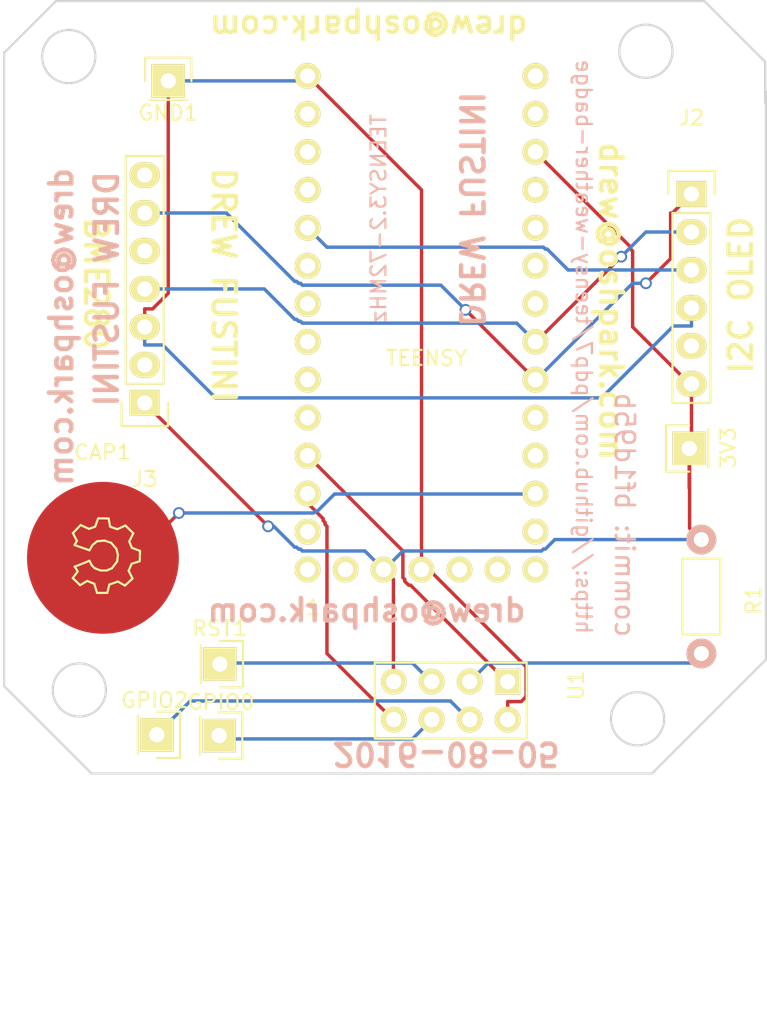
<source format=kicad_pcb>
(kicad_pcb (version 20171130) (host pcbnew "(5.1.12)-1")

  (general
    (thickness 1.6)
    (drawings 28)
    (tracks 136)
    (zones 0)
    (modules 12)
    (nets 38)
  )

  (page A4)
  (layers
    (0 F.Cu signal)
    (31 B.Cu signal)
    (32 B.Adhes user hide)
    (33 F.Adhes user hide)
    (34 B.Paste user)
    (35 F.Paste user)
    (36 B.SilkS user)
    (37 F.SilkS user)
    (38 B.Mask user)
    (39 F.Mask user)
    (40 Dwgs.User user)
    (41 Cmts.User user)
    (42 Eco1.User user)
    (43 Eco2.User user)
    (44 Edge.Cuts user)
    (45 Margin user)
    (46 B.CrtYd user)
    (47 F.CrtYd user)
    (48 B.Fab user)
    (49 F.Fab user)
  )

  (setup
    (last_trace_width 0.2286)
    (trace_clearance 0.2286)
    (zone_clearance 0.508)
    (zone_45_only no)
    (trace_min 0.2286)
    (via_size 0.7874)
    (via_drill 0.5334)
    (via_min_size 0.762)
    (via_min_drill 0.508)
    (uvia_size 0.3)
    (uvia_drill 0.1)
    (uvias_allowed no)
    (uvia_min_size 0)
    (uvia_min_drill 0)
    (edge_width 0.15)
    (segment_width 0.2)
    (pcb_text_width 0.3)
    (pcb_text_size 1.5 1.5)
    (mod_edge_width 0.15)
    (mod_text_size 1 1)
    (mod_text_width 0.15)
    (pad_size 1.524 1.524)
    (pad_drill 0.762)
    (pad_to_mask_clearance 0.2)
    (aux_axis_origin 0 0)
    (visible_elements 7FFFFFFF)
    (pcbplotparams
      (layerselection 0x00030_80000001)
      (usegerberextensions false)
      (usegerberattributes true)
      (usegerberadvancedattributes true)
      (creategerberjobfile true)
      (excludeedgelayer true)
      (linewidth 0.100000)
      (plotframeref false)
      (viasonmask false)
      (mode 1)
      (useauxorigin false)
      (hpglpennumber 1)
      (hpglpenspeed 20)
      (hpglpendiameter 15.000000)
      (psnegative false)
      (psa4output false)
      (plotreference true)
      (plotvalue true)
      (plotinvisibletext false)
      (padsonsilk false)
      (subtractmaskfromsilk false)
      (outputformat 1)
      (mirror false)
      (drillshape 1)
      (scaleselection 1)
      (outputdirectory ""))
  )

  (net 0 "")
  (net 1 "Net-(J1-Pad0)")
  (net 2 "Net-(J1-Pad1)")
  (net 3 "Net-(J1-Pad2)")
  (net 4 "Net-(J1-Pad5)")
  (net 5 "Net-(J1-Pad6)")
  (net 6 "Net-(J1-Pad7)")
  (net 7 "Net-(J1-Pad8)")
  (net 8 "Net-(J1-PadPGM)")
  (net 9 "Net-(J1-PadDAC)")
  (net 10 "Net-(J1-Pad16)")
  (net 11 "Net-(J1-Pad22)")
  (net 12 "Net-(J1-PadVIN)")
  (net 13 "Net-(J1-Pad21)")
  (net 14 "Net-(J1-Pad20)")
  (net 15 "Net-(J1-Pad23)")
  (net 16 "Net-(J1-Pad14)")
  (net 17 /CS)
  (net 18 /RST)
  (net 19 /GND)
  (net 20 "Net-(J1-Pad9)")
  (net 21 "Net-(J1-Pad10)")
  (net 22 "Net-(J1-Pad11)")
  (net 23 "Net-(J1-Pad12)")
  (net 24 "Net-(J1-Pad13)")
  (net 25 /SDA)
  (net 26 /3.3V)
  (net 27 /VIN)
  (net 28 /SCK)
  (net 29 /3V0)
  (net 30 /SDO)
  (net 31 "Net-(GPIO0-Pad1)")
  (net 32 "Net-(GPIO2-Pad1)")
  (net 33 "Net-(J1-Pad4)")
  (net 34 "Net-(R1-Pad2)")
  (net 35 "Net-(RST1-Pad1)")
  (net 36 "Net-(CAP1-Pad1)")
  (net 37 "Net-(J1-Pad17)")

  (net_class Default "This is the default net class."
    (clearance 0.2286)
    (trace_width 0.2286)
    (via_dia 0.7874)
    (via_drill 0.5334)
    (uvia_dia 0.3)
    (uvia_drill 0.1)
    (add_net /3.3V)
    (add_net /3V0)
    (add_net /CS)
    (add_net /GND)
    (add_net /RST)
    (add_net /SCK)
    (add_net /SDA)
    (add_net /SDO)
    (add_net /VIN)
    (add_net "Net-(CAP1-Pad1)")
    (add_net "Net-(GPIO0-Pad1)")
    (add_net "Net-(GPIO2-Pad1)")
    (add_net "Net-(J1-Pad0)")
    (add_net "Net-(J1-Pad1)")
    (add_net "Net-(J1-Pad10)")
    (add_net "Net-(J1-Pad11)")
    (add_net "Net-(J1-Pad12)")
    (add_net "Net-(J1-Pad13)")
    (add_net "Net-(J1-Pad14)")
    (add_net "Net-(J1-Pad16)")
    (add_net "Net-(J1-Pad17)")
    (add_net "Net-(J1-Pad2)")
    (add_net "Net-(J1-Pad20)")
    (add_net "Net-(J1-Pad21)")
    (add_net "Net-(J1-Pad22)")
    (add_net "Net-(J1-Pad23)")
    (add_net "Net-(J1-Pad4)")
    (add_net "Net-(J1-Pad5)")
    (add_net "Net-(J1-Pad6)")
    (add_net "Net-(J1-Pad7)")
    (add_net "Net-(J1-Pad8)")
    (add_net "Net-(J1-Pad9)")
    (add_net "Net-(J1-PadDAC)")
    (add_net "Net-(J1-PadPGM)")
    (add_net "Net-(J1-PadVIN)")
    (add_net "Net-(R1-Pad2)")
    (add_net "Net-(RST1-Pad1)")
  )

  (module Wickerlib:TEENSY-LC (layer F.Cu) (tedit 57999D63) (tstamp 577135A0)
    (at 153.137 71.0946)
    (path /57998BF7)
    (fp_text reference J1 (at -10.16 25.4 180) (layer F.SilkS)
      (effects (font (size 1 1) (thickness 0.15)))
    )
    (fp_text value TEENSY3.2-72MHz (at -5.410201 -0.635001 90) (layer B.SilkS)
      (effects (font (size 1 1) (thickness 0.15)) (justify mirror))
    )
    (fp_line (start 6.35 24.13) (end 6.35 -11.43) (layer F.CrtYd) (width 0.1524))
    (fp_line (start 6.35 -11.43) (end -11.43 -11.43) (layer F.CrtYd) (width 0.1524))
    (fp_line (start -11.43 -11.43) (end -11.43 24.13) (layer F.CrtYd) (width 0.1524))
    (fp_line (start -11.43 24.13) (end 6.35 24.13) (layer F.CrtYd) (width 0.1524))
    (fp_text user TEENSY (at -2.209801 8.712199) (layer F.SilkS)
      (effects (font (size 1 1) (thickness 0.15)))
    )
    (pad G1 thru_hole circle (at -10.16 -10.16) (size 1.7272 1.7272) (drill 1.016) (layers *.Cu *.Mask F.SilkS)
      (net 19 /GND))
    (pad 0 thru_hole circle (at -10.16 -7.62) (size 1.7272 1.7272) (drill 1.016) (layers *.Cu *.Mask F.SilkS)
      (net 1 "Net-(J1-Pad0)"))
    (pad 1 thru_hole circle (at -10.16 -5.08) (size 1.7272 1.7272) (drill 1.016) (layers *.Cu *.Mask F.SilkS)
      (net 2 "Net-(J1-Pad1)"))
    (pad 2 thru_hole circle (at -10.16 -2.54) (size 1.7272 1.7272) (drill 1.016) (layers *.Cu *.Mask F.SilkS)
      (net 3 "Net-(J1-Pad2)"))
    (pad 3 thru_hole circle (at -10.16 0) (size 1.7272 1.7272) (drill 1.016) (layers *.Cu *.Mask F.SilkS)
      (net 18 /RST))
    (pad 4 thru_hole circle (at -10.16 2.54) (size 1.7272 1.7272) (drill 1.016) (layers *.Cu *.Mask F.SilkS)
      (net 33 "Net-(J1-Pad4)"))
    (pad 5 thru_hole circle (at -10.16 5.08) (size 1.7272 1.7272) (drill 1.016) (layers *.Cu *.Mask F.SilkS)
      (net 4 "Net-(J1-Pad5)"))
    (pad 6 thru_hole circle (at -10.16 7.62) (size 1.7272 1.7272) (drill 1.016) (layers *.Cu *.Mask F.SilkS)
      (net 5 "Net-(J1-Pad6)"))
    (pad 7 thru_hole circle (at -10.16 10.16) (size 1.7272 1.7272) (drill 1.016) (layers *.Cu *.Mask F.SilkS)
      (net 6 "Net-(J1-Pad7)"))
    (pad 8 thru_hole circle (at -10.16 12.7) (size 1.7272 1.7272) (drill 1.016) (layers *.Cu *.Mask F.SilkS)
      (net 7 "Net-(J1-Pad8)"))
    (pad 9 thru_hole circle (at -10.16 15.24) (size 1.7272 1.7272) (drill 1.016) (layers *.Cu *.Mask F.SilkS)
      (net 20 "Net-(J1-Pad9)"))
    (pad 10 thru_hole circle (at -10.16 17.78) (size 1.7272 1.7272) (drill 1.016) (layers *.Cu *.Mask F.SilkS)
      (net 21 "Net-(J1-Pad10)"))
    (pad 11 thru_hole circle (at -10.16 20.32) (size 1.7272 1.7272) (drill 1.016) (layers *.Cu *.Mask F.SilkS)
      (net 22 "Net-(J1-Pad11)"))
    (pad 12 thru_hole circle (at -10.16 22.86) (size 1.7272 1.7272) (drill 1.016) (layers *.Cu *.Mask F.SilkS)
      (net 23 "Net-(J1-Pad12)"))
    (pad 17A thru_hole circle (at -7.62 22.86) (size 1.7272 1.7272) (drill 1.016) (layers *.Cu *.Mask F.SilkS))
    (pad 3V1 thru_hole circle (at -5.08 22.86) (size 1.7272 1.7272) (drill 1.016) (layers *.Cu *.Mask F.SilkS)
      (net 27 /VIN))
    (pad G2 thru_hole circle (at -2.54 22.86) (size 1.7272 1.7272) (drill 1.016) (layers *.Cu *.Mask F.SilkS)
      (net 19 /GND))
    (pad PGM thru_hole circle (at 0 22.86) (size 1.7272 1.7272) (drill 1.016) (layers *.Cu *.Mask F.SilkS)
      (net 8 "Net-(J1-PadPGM)"))
    (pad DAC thru_hole circle (at 2.54 22.86) (size 1.7272 1.7272) (drill 1.016) (layers *.Cu *.Mask F.SilkS)
      (net 9 "Net-(J1-PadDAC)"))
    (pad 13 thru_hole circle (at 5.08 22.86) (size 1.7272 1.7272) (drill 1.016) (layers *.Cu *.Mask F.SilkS)
      (net 24 "Net-(J1-Pad13)"))
    (pad 16 thru_hole circle (at 5.08 15.24) (size 1.7272 1.7272) (drill 1.016) (layers *.Cu *.Mask F.SilkS)
      (net 10 "Net-(J1-Pad16)"))
    (pad 3V2 thru_hole circle (at 5.08 -5.08) (size 1.7272 1.7272) (drill 1.016) (layers *.Cu *.Mask F.SilkS)
      (net 27 /VIN))
    (pad 18 thru_hole circle (at 5.08 10.16) (size 1.7272 1.7272) (drill 1.016) (layers *.Cu *.Mask F.SilkS)
      (net 25 /SDA))
    (pad 17 thru_hole circle (at 5.08 12.7) (size 1.7272 1.7272) (drill 1.016) (layers *.Cu *.Mask F.SilkS)
      (net 37 "Net-(J1-Pad17)"))
    (pad G3 thru_hole circle (at 5.08 -7.62) (size 1.7272 1.7272) (drill 1.016) (layers *.Cu *.Mask F.SilkS))
    (pad 22 thru_hole circle (at 5.08 0) (size 1.7272 1.7272) (drill 1.016) (layers *.Cu *.Mask F.SilkS)
      (net 11 "Net-(J1-Pad22)"))
    (pad VIN thru_hole circle (at 5.08 -10.16) (size 1.7272 1.7272) (drill 1.016) (layers *.Cu *.Mask F.SilkS)
      (net 12 "Net-(J1-PadVIN)"))
    (pad 21 thru_hole circle (at 5.08 2.54) (size 1.7272 1.7272) (drill 1.016) (layers *.Cu *.Mask F.SilkS)
      (net 13 "Net-(J1-Pad21)"))
    (pad 20 thru_hole circle (at 5.08 5.08) (size 1.7272 1.7272) (drill 1.016) (layers *.Cu *.Mask F.SilkS)
      (net 14 "Net-(J1-Pad20)"))
    (pad 19 thru_hole circle (at 5.08 7.62) (size 1.7272 1.7272) (drill 1.016) (layers *.Cu *.Mask F.SilkS)
      (net 28 /SCK))
    (pad 23 thru_hole circle (at 5.08 -2.54) (size 1.7272 1.7272) (drill 1.016) (layers *.Cu *.Mask F.SilkS)
      (net 15 "Net-(J1-Pad23)"))
    (pad 14 thru_hole circle (at 5.08 20.32) (size 1.7272 1.7272) (drill 1.016) (layers *.Cu *.Mask F.SilkS)
      (net 16 "Net-(J1-Pad14)"))
    (pad 15 thru_hole circle (at 5.08 17.78) (size 1.7272 1.7272) (drill 1.016) (layers *.Cu *.Mask F.SilkS)
      (net 36 "Net-(CAP1-Pad1)"))
  )

  (module Wickerlib:Pin_Header_Straight_1x06 (layer F.Cu) (tedit 0) (tstamp 577135AA)
    (at 168.656 68.834)
    (descr "Through hole pin header")
    (tags "pin header")
    (path /57712F77)
    (fp_text reference J2 (at 0 -5.1) (layer F.SilkS)
      (effects (font (size 1 1) (thickness 0.15)))
    )
    (fp_text value OLED-I2C (at 0 -3.1) (layer F.Fab)
      (effects (font (size 1 1) (thickness 0.15)))
    )
    (fp_line (start -1.55 -1.55) (end 1.55 -1.55) (layer F.SilkS) (width 0.15))
    (fp_line (start -1.55 0) (end -1.55 -1.55) (layer F.SilkS) (width 0.15))
    (fp_line (start 1.27 1.27) (end -1.27 1.27) (layer F.SilkS) (width 0.15))
    (fp_line (start 1.55 -1.55) (end 1.55 0) (layer F.SilkS) (width 0.15))
    (fp_line (start -1.27 13.97) (end -1.27 1.27) (layer F.SilkS) (width 0.15))
    (fp_line (start 1.27 13.97) (end -1.27 13.97) (layer F.SilkS) (width 0.15))
    (fp_line (start 1.27 1.27) (end 1.27 13.97) (layer F.SilkS) (width 0.15))
    (fp_line (start -1.75 14.45) (end 1.75 14.45) (layer F.CrtYd) (width 0.05))
    (fp_line (start -1.75 -1.75) (end 1.75 -1.75) (layer F.CrtYd) (width 0.05))
    (fp_line (start 1.75 -1.75) (end 1.75 14.45) (layer F.CrtYd) (width 0.05))
    (fp_line (start -1.75 -1.75) (end -1.75 14.45) (layer F.CrtYd) (width 0.05))
    (pad 1 thru_hole rect (at 0 0) (size 2.032 1.7272) (drill 1.016) (layers *.Cu *.Mask F.SilkS)
      (net 25 /SDA))
    (pad 2 thru_hole oval (at 0 2.54) (size 2.032 1.7272) (drill 1.016) (layers *.Cu *.Mask F.SilkS)
      (net 28 /SCK))
    (pad 3 thru_hole oval (at 0 5.08) (size 2.032 1.7272) (drill 1.016) (layers *.Cu *.Mask F.SilkS)
      (net 18 /RST))
    (pad 4 thru_hole oval (at 0 7.62) (size 2.032 1.7272) (drill 1.016) (layers *.Cu *.Mask F.SilkS)
      (net 19 /GND))
    (pad 5 thru_hole oval (at 0 10.16) (size 2.032 1.7272) (drill 1.016) (layers *.Cu *.Mask F.SilkS)
      (net 26 /3.3V))
    (pad 6 thru_hole oval (at 0 12.7) (size 2.032 1.7272) (drill 1.016) (layers *.Cu *.Mask F.SilkS)
      (net 27 /VIN))
    (model Pin_Headers.3dshapes/Pin_Header_Straight_1x06.wrl
      (offset (xyz 0 -6.349999904632568 0))
      (scale (xyz 1 1 1))
      (rotate (xyz 0 0 90))
    )
  )

  (module Wickerlib:Pin_Header_Straight_1x07 (layer F.Cu) (tedit 0) (tstamp 577135B5)
    (at 132.08 82.804 180)
    (descr "Through hole pin header")
    (tags "pin header")
    (path /57713409)
    (fp_text reference J3 (at 0 -5.1 180) (layer F.SilkS)
      (effects (font (size 1 1) (thickness 0.15)))
    )
    (fp_text value ADAFRUIT_BME280 (at 0 -3.1 180) (layer F.Fab)
      (effects (font (size 1 1) (thickness 0.15)))
    )
    (fp_line (start -1.55 -1.55) (end 1.55 -1.55) (layer F.SilkS) (width 0.15))
    (fp_line (start -1.55 0) (end -1.55 -1.55) (layer F.SilkS) (width 0.15))
    (fp_line (start 1.27 1.27) (end -1.27 1.27) (layer F.SilkS) (width 0.15))
    (fp_line (start 1.55 -1.55) (end 1.55 0) (layer F.SilkS) (width 0.15))
    (fp_line (start -1.27 16.51) (end -1.27 1.27) (layer F.SilkS) (width 0.15))
    (fp_line (start 1.27 16.51) (end -1.27 16.51) (layer F.SilkS) (width 0.15))
    (fp_line (start 1.27 1.27) (end 1.27 16.51) (layer F.SilkS) (width 0.15))
    (fp_line (start -1.75 17) (end 1.75 17) (layer F.CrtYd) (width 0.05))
    (fp_line (start -1.75 -1.75) (end 1.75 -1.75) (layer F.CrtYd) (width 0.05))
    (fp_line (start 1.75 -1.75) (end 1.75 17) (layer F.CrtYd) (width 0.05))
    (fp_line (start -1.75 -1.75) (end -1.75 17) (layer F.CrtYd) (width 0.05))
    (pad 1 thru_hole rect (at 0 0 180) (size 2.032 1.7272) (drill 1.016) (layers *.Cu *.Mask F.SilkS)
      (net 27 /VIN))
    (pad 2 thru_hole oval (at 0 2.54 180) (size 2.032 1.7272) (drill 1.016) (layers *.Cu *.Mask F.SilkS)
      (net 29 /3V0))
    (pad 3 thru_hole oval (at 0 5.08 180) (size 2.032 1.7272) (drill 1.016) (layers *.Cu *.Mask F.SilkS)
      (net 19 /GND))
    (pad 4 thru_hole oval (at 0 7.62 180) (size 2.032 1.7272) (drill 1.016) (layers *.Cu *.Mask F.SilkS)
      (net 28 /SCK))
    (pad 5 thru_hole oval (at 0 10.16 180) (size 2.032 1.7272) (drill 1.016) (layers *.Cu *.Mask F.SilkS)
      (net 30 /SDO))
    (pad 6 thru_hole oval (at 0 12.7 180) (size 2.032 1.7272) (drill 1.016) (layers *.Cu *.Mask F.SilkS)
      (net 25 /SDA))
    (pad 7 thru_hole oval (at 0 15.24 180) (size 2.032 1.7272) (drill 1.016) (layers *.Cu *.Mask F.SilkS)
      (net 17 /CS))
    (model Pin_Headers.3dshapes/Pin_Header_Straight_1x07.wrl
      (offset (xyz 0 -7.619999885559082 0))
      (scale (xyz 1 1 1))
      (rotate (xyz 0 0 90))
    )
  )

  (module CHIP-DIPs:Symbol_OSHW-Logo_SilkScreen (layer F.Cu) (tedit 57999FF9) (tstamp 5771CADB)
    (at 129.286 93.0148 270)
    (descr "Symbol, OSHW-Logo, Silk Screen,")
    (tags "Symbol, OSHW-Logo, Silk Screen,")
    (fp_text reference REF** (at 0.09906 -4.38912 270) (layer F.Fab) hide
      (effects (font (size 1 1) (thickness 0.15)))
    )
    (fp_text value Symbol_OSHW-Logo_SilkScreen (at 0.30988 6.56082 270) (layer F.Fab) hide
      (effects (font (size 1 1) (thickness 0.15)))
    )
    (fp_line (start 0.35052 0.89916) (end 0.7493 1.89992) (layer F.SilkS) (width 0.15))
    (fp_line (start -0.35052 0.89916) (end -0.70104 1.89992) (layer F.SilkS) (width 0.15))
    (fp_line (start -0.70104 0.70104) (end -0.35052 0.89916) (layer F.SilkS) (width 0.15))
    (fp_line (start -0.94996 0.39878) (end -0.70104 0.70104) (layer F.SilkS) (width 0.15))
    (fp_line (start -1.00076 -0.09906) (end -0.94996 0.39878) (layer F.SilkS) (width 0.15))
    (fp_line (start -0.8509 -0.55118) (end -1.00076 -0.09906) (layer F.SilkS) (width 0.15))
    (fp_line (start -0.44958 -0.89916) (end -0.8509 -0.55118) (layer F.SilkS) (width 0.15))
    (fp_line (start -0.0508 -1.00076) (end -0.44958 -0.89916) (layer F.SilkS) (width 0.15))
    (fp_line (start 0.39878 -0.94996) (end -0.0508 -1.00076) (layer F.SilkS) (width 0.15))
    (fp_line (start 0.8509 -0.59944) (end 0.39878 -0.94996) (layer F.SilkS) (width 0.15))
    (fp_line (start 1.00076 -0.24892) (end 0.8509 -0.59944) (layer F.SilkS) (width 0.15))
    (fp_line (start 1.00076 0.14986) (end 1.00076 -0.24892) (layer F.SilkS) (width 0.15))
    (fp_line (start 0.8509 0.55118) (end 1.00076 0.14986) (layer F.SilkS) (width 0.15))
    (fp_line (start 0.65024 0.7493) (end 0.8509 0.55118) (layer F.SilkS) (width 0.15))
    (fp_line (start 0.35052 0.89916) (end 0.65024 0.7493) (layer F.SilkS) (width 0.15))
    (fp_line (start -1.9304 0.5207) (end -1.7907 0.91948) (layer F.SilkS) (width 0.15))
    (fp_line (start -2.4892 0.32004) (end -1.9304 0.5207) (layer F.SilkS) (width 0.15))
    (fp_line (start -2.47904 -0.381) (end -2.4892 0.32004) (layer F.SilkS) (width 0.15))
    (fp_line (start -1.9304 -0.48006) (end -2.47904 -0.381) (layer F.SilkS) (width 0.15))
    (fp_line (start -1.76022 -0.96012) (end -1.9304 -0.48006) (layer F.SilkS) (width 0.15))
    (fp_line (start -2.00914 -1.50114) (end -1.76022 -0.96012) (layer F.SilkS) (width 0.15))
    (fp_line (start -1.49098 -2.02946) (end -2.00914 -1.50114) (layer F.SilkS) (width 0.15))
    (fp_line (start -0.9398 -1.76022) (end -1.49098 -2.02946) (layer F.SilkS) (width 0.15))
    (fp_line (start -0.5207 -1.9304) (end -0.9398 -1.76022) (layer F.SilkS) (width 0.15))
    (fp_line (start -0.30988 -2.47904) (end -0.5207 -1.9304) (layer F.SilkS) (width 0.15))
    (fp_line (start 0.381 -2.46126) (end -0.30988 -2.47904) (layer F.SilkS) (width 0.15))
    (fp_line (start 0.55118 -1.92024) (end 0.381 -2.46126) (layer F.SilkS) (width 0.15))
    (fp_line (start 1.02108 -1.71958) (end 0.55118 -1.92024) (layer F.SilkS) (width 0.15))
    (fp_line (start 1.53924 -1.9812) (end 1.02108 -1.71958) (layer F.SilkS) (width 0.15))
    (fp_line (start 2.00914 -1.47066) (end 1.53924 -1.9812) (layer F.SilkS) (width 0.15))
    (fp_line (start 1.7399 -1.00076) (end 2.00914 -1.47066) (layer F.SilkS) (width 0.15))
    (fp_line (start 1.94056 -0.42926) (end 1.7399 -1.00076) (layer F.SilkS) (width 0.15))
    (fp_line (start 2.49936 -0.28956) (end 1.94056 -0.42926) (layer F.SilkS) (width 0.15))
    (fp_line (start 2.49936 0.39116) (end 2.49936 -0.28956) (layer F.SilkS) (width 0.15))
    (fp_line (start 1.88976 0.57912) (end 2.49936 0.39116) (layer F.SilkS) (width 0.15))
    (fp_line (start 1.69926 1.04902) (end 1.88976 0.57912) (layer F.SilkS) (width 0.15))
    (fp_line (start 1.9812 1.52908) (end 1.69926 1.04902) (layer F.SilkS) (width 0.15))
    (fp_line (start 1.50876 2.0193) (end 1.9812 1.52908) (layer F.SilkS) (width 0.15))
    (fp_line (start 1.06934 1.6891) (end 1.50876 2.0193) (layer F.SilkS) (width 0.15))
    (fp_line (start 0.73914 1.8796) (end 1.06934 1.6891) (layer F.SilkS) (width 0.15))
    (fp_line (start -0.98044 1.7399) (end -0.70104 1.89992) (layer F.SilkS) (width 0.15))
    (fp_line (start -1.50114 2.00914) (end -0.98044 1.7399) (layer F.SilkS) (width 0.15))
    (fp_line (start -2.03962 1.49098) (end -1.50114 2.00914) (layer F.SilkS) (width 0.15))
    (fp_line (start -1.78054 0.92964) (end -2.03962 1.49098) (layer F.SilkS) (width 0.15))
  )

  (module Wickerlib:Pin_Header_Straight_1x01 (layer F.Cu) (tedit 57999DF5) (tstamp 57998F33)
    (at 168.504 85.852 90)
    (descr "Through hole pin header")
    (tags "pin header")
    (path /57999D59)
    (fp_text reference 3V3 (at 0.0508 2.5908 270) (layer F.SilkS)
      (effects (font (size 1 1) (thickness 0.15)))
    )
    (fp_text value 3V3 (at 0.1016 2.54 270) (layer F.Fab)
      (effects (font (size 1 1) (thickness 0.15)))
    )
    (fp_line (start -1.27 1.27) (end 1.27 1.27) (layer F.SilkS) (width 0.15))
    (fp_line (start -1.55 -1.55) (end 1.55 -1.55) (layer F.SilkS) (width 0.15))
    (fp_line (start -1.55 0) (end -1.55 -1.55) (layer F.SilkS) (width 0.15))
    (fp_line (start -1.75 1.75) (end 1.75 1.75) (layer F.CrtYd) (width 0.05))
    (fp_line (start -1.75 -1.75) (end 1.75 -1.75) (layer F.CrtYd) (width 0.05))
    (fp_line (start 1.75 -1.75) (end 1.75 1.75) (layer F.CrtYd) (width 0.05))
    (fp_line (start -1.75 -1.75) (end -1.75 1.75) (layer F.CrtYd) (width 0.05))
    (fp_line (start 1.55 -1.55) (end 1.55 0) (layer F.SilkS) (width 0.15))
    (pad 1 thru_hole rect (at 0 0 90) (size 2.2352 2.2352) (drill 1.016) (layers *.Cu *.Mask F.SilkS)
      (net 27 /VIN))
    (model Pin_Headers.3dshapes/Pin_Header_Straight_1x01.wrl
      (at (xyz 0 0 0))
      (scale (xyz 1 1 1))
      (rotate (xyz 0 0 90))
    )
  )

  (module Wickerlib:Pin_Header_Straight_1x01 (layer F.Cu) (tedit 5) (tstamp 57998F38)
    (at 133.655 61.2648)
    (descr "Through hole pin header")
    (tags "pin header")
    (path /57999AE9)
    (fp_text reference GND1 (at 0 2.1336 180) (layer F.SilkS)
      (effects (font (size 1 1) (thickness 0.15)))
    )
    (fp_text value GND (at -2.54 0.254 90) (layer F.Fab)
      (effects (font (size 1 1) (thickness 0.15)))
    )
    (fp_line (start -1.27 1.27) (end 1.27 1.27) (layer F.SilkS) (width 0.15))
    (fp_line (start -1.55 -1.55) (end 1.55 -1.55) (layer F.SilkS) (width 0.15))
    (fp_line (start -1.55 0) (end -1.55 -1.55) (layer F.SilkS) (width 0.15))
    (fp_line (start -1.75 1.75) (end 1.75 1.75) (layer F.CrtYd) (width 0.05))
    (fp_line (start -1.75 -1.75) (end 1.75 -1.75) (layer F.CrtYd) (width 0.05))
    (fp_line (start 1.75 -1.75) (end 1.75 1.75) (layer F.CrtYd) (width 0.05))
    (fp_line (start -1.75 -1.75) (end -1.75 1.75) (layer F.CrtYd) (width 0.05))
    (fp_line (start 1.55 -1.55) (end 1.55 0) (layer F.SilkS) (width 0.15))
    (pad 1 thru_hole rect (at 0 0) (size 2.2352 2.2352) (drill 1.016) (layers *.Cu *.Mask F.SilkS)
      (net 19 /GND))
    (model Pin_Headers.3dshapes/Pin_Header_Straight_1x01.wrl
      (at (xyz 0 0 0))
      (scale (xyz 1 1 1))
      (rotate (xyz 0 0 90))
    )
  )

  (module Wickerlib:Pin_Header_Straight_1x01 (layer F.Cu) (tedit 57999F8E) (tstamp 57998F3D)
    (at 137.058 105.054 270)
    (descr "Through hole pin header")
    (tags "pin header")
    (path /57999556)
    (fp_text reference GPIO0 (at -2.2352 -0.127) (layer F.SilkS)
      (effects (font (size 1 1) (thickness 0.15)))
    )
    (fp_text value GPIO0 (at 0 -3.1 270) (layer F.Fab)
      (effects (font (size 1 1) (thickness 0.15)))
    )
    (fp_line (start -1.27 1.27) (end 1.27 1.27) (layer F.SilkS) (width 0.15))
    (fp_line (start -1.55 -1.55) (end 1.55 -1.55) (layer F.SilkS) (width 0.15))
    (fp_line (start -1.55 0) (end -1.55 -1.55) (layer F.SilkS) (width 0.15))
    (fp_line (start -1.75 1.75) (end 1.75 1.75) (layer F.CrtYd) (width 0.05))
    (fp_line (start -1.75 -1.75) (end 1.75 -1.75) (layer F.CrtYd) (width 0.05))
    (fp_line (start 1.75 -1.75) (end 1.75 1.75) (layer F.CrtYd) (width 0.05))
    (fp_line (start -1.75 -1.75) (end -1.75 1.75) (layer F.CrtYd) (width 0.05))
    (fp_line (start 1.55 -1.55) (end 1.55 0) (layer F.SilkS) (width 0.15))
    (pad 1 thru_hole rect (at 0 0 270) (size 2.2352 2.2352) (drill 1.016) (layers *.Cu *.Mask F.SilkS)
      (net 31 "Net-(GPIO0-Pad1)"))
    (model Pin_Headers.3dshapes/Pin_Header_Straight_1x01.wrl
      (at (xyz 0 0 0))
      (scale (xyz 1 1 1))
      (rotate (xyz 0 0 90))
    )
  )

  (module Wickerlib:Pin_Header_Straight_1x01 (layer F.Cu) (tedit 57999F92) (tstamp 57998F42)
    (at 132.893 105.004 270)
    (descr "Through hole pin header")
    (tags "pin header")
    (path /579994A9)
    (fp_text reference GPIO2 (at -2.3114 0.1524) (layer F.SilkS)
      (effects (font (size 1 1) (thickness 0.15)))
    )
    (fp_text value GPIO2 (at 0.0508 2.3368 90) (layer F.Fab)
      (effects (font (size 1 1) (thickness 0.15)))
    )
    (fp_line (start -1.27 1.27) (end 1.27 1.27) (layer F.SilkS) (width 0.15))
    (fp_line (start -1.55 -1.55) (end 1.55 -1.55) (layer F.SilkS) (width 0.15))
    (fp_line (start -1.55 0) (end -1.55 -1.55) (layer F.SilkS) (width 0.15))
    (fp_line (start -1.75 1.75) (end 1.75 1.75) (layer F.CrtYd) (width 0.05))
    (fp_line (start -1.75 -1.75) (end 1.75 -1.75) (layer F.CrtYd) (width 0.05))
    (fp_line (start 1.75 -1.75) (end 1.75 1.75) (layer F.CrtYd) (width 0.05))
    (fp_line (start -1.75 -1.75) (end -1.75 1.75) (layer F.CrtYd) (width 0.05))
    (fp_line (start 1.55 -1.55) (end 1.55 0) (layer F.SilkS) (width 0.15))
    (pad 1 thru_hole rect (at 0 0 270) (size 2.2352 2.2352) (drill 1.016) (layers *.Cu *.Mask F.SilkS)
      (net 32 "Net-(GPIO2-Pad1)"))
    (model Pin_Headers.3dshapes/Pin_Header_Straight_1x01.wrl
      (at (xyz 0 0 0))
      (scale (xyz 1 1 1))
      (rotate (xyz 0 0 90))
    )
  )

  (module Resistors_ThroughHole:Resistor_Horizontal_RM7mm (layer F.Cu) (tedit 569FCF07) (tstamp 57998F48)
    (at 169.316 91.948 270)
    (descr "Resistor, Axial,  RM 7.62mm, 1/3W,")
    (tags "Resistor Axial RM 7.62mm 1/3W R3")
    (path /57999054)
    (fp_text reference R1 (at 4.05892 -3.50012 270) (layer F.SilkS)
      (effects (font (size 1 1) (thickness 0.15)))
    )
    (fp_text value R (at 3.81 3.81 270) (layer F.Fab)
      (effects (font (size 1 1) (thickness 0.15)))
    )
    (fp_line (start 1.27 1.27) (end 1.27 -1.27) (layer F.SilkS) (width 0.15))
    (fp_line (start 6.35 1.27) (end 1.27 1.27) (layer F.SilkS) (width 0.15))
    (fp_line (start 6.35 -1.27) (end 6.35 1.27) (layer F.SilkS) (width 0.15))
    (fp_line (start 1.27 -1.27) (end 6.35 -1.27) (layer F.SilkS) (width 0.15))
    (fp_line (start -1.25 1.5) (end 8.85 1.5) (layer F.CrtYd) (width 0.05))
    (fp_line (start 8.85 -1.5) (end 8.85 1.5) (layer F.CrtYd) (width 0.05))
    (fp_line (start -1.25 1.5) (end -1.25 -1.5) (layer F.CrtYd) (width 0.05))
    (fp_line (start -1.25 -1.5) (end 8.85 -1.5) (layer F.CrtYd) (width 0.05))
    (pad 1 thru_hole circle (at 0 0 270) (size 1.99898 1.99898) (drill 1.00076) (layers *.Cu *.SilkS *.Mask)
      (net 27 /VIN))
    (pad 2 thru_hole circle (at 7.62 0 270) (size 1.99898 1.99898) (drill 1.00076) (layers *.Cu *.SilkS *.Mask)
      (net 34 "Net-(R1-Pad2)"))
  )

  (module Wickerlib:Pin_Header_Straight_1x01 (layer F.Cu) (tedit 57999F9E) (tstamp 57998F4D)
    (at 137.109 100.279 270)
    (descr "Through hole pin header")
    (tags "pin header")
    (path /579993C8)
    (fp_text reference RST1 (at -2.3876 0.0254) (layer F.SilkS)
      (effects (font (size 1 1) (thickness 0.15)))
    )
    (fp_text value RST (at 0 -3.1 270) (layer F.Fab)
      (effects (font (size 1 1) (thickness 0.15)))
    )
    (fp_line (start -1.27 1.27) (end 1.27 1.27) (layer F.SilkS) (width 0.15))
    (fp_line (start -1.55 -1.55) (end 1.55 -1.55) (layer F.SilkS) (width 0.15))
    (fp_line (start -1.55 0) (end -1.55 -1.55) (layer F.SilkS) (width 0.15))
    (fp_line (start -1.75 1.75) (end 1.75 1.75) (layer F.CrtYd) (width 0.05))
    (fp_line (start -1.75 -1.75) (end 1.75 -1.75) (layer F.CrtYd) (width 0.05))
    (fp_line (start 1.75 -1.75) (end 1.75 1.75) (layer F.CrtYd) (width 0.05))
    (fp_line (start -1.75 -1.75) (end -1.75 1.75) (layer F.CrtYd) (width 0.05))
    (fp_line (start 1.55 -1.55) (end 1.55 0) (layer F.SilkS) (width 0.15))
    (pad 1 thru_hole rect (at 0 0 270) (size 2.2352 2.2352) (drill 1.016) (layers *.Cu *.Mask F.SilkS)
      (net 35 "Net-(RST1-Pad1)"))
    (model Pin_Headers.3dshapes/Pin_Header_Straight_1x01.wrl
      (at (xyz 0 0 0))
      (scale (xyz 1 1 1))
      (rotate (xyz 0 0 90))
    )
  )

  (module ESP8266:ESP-01 (layer F.Cu) (tedit 553C10FF) (tstamp 57998F59)
    (at 156.362 101.448 270)
    (descr "Module, ESP-8266, ESP-01, 8 pin")
    (tags "Module ESP-8266 ESP8266")
    (path /57998B43)
    (fp_text reference U1 (at 0.254 -4.572 270) (layer F.SilkS)
      (effects (font (size 1 1) (thickness 0.15)))
    )
    (fp_text value ESP-01v090 (at 12.192 3.556 270) (layer F.Fab)
      (effects (font (size 1 1) (thickness 0.15)))
    )
    (fp_line (start 3.81 -1.27) (end 1.27 -1.27) (layer F.SilkS) (width 0.1524))
    (fp_line (start 3.81 8.89) (end 3.81 -1.27) (layer F.SilkS) (width 0.1524))
    (fp_line (start -1.27 8.89) (end 3.81 8.89) (layer F.SilkS) (width 0.1524))
    (fp_line (start -1.27 1.27) (end -1.27 8.89) (layer F.SilkS) (width 0.1524))
    (fp_line (start -1.75 9.4) (end 4.3 9.4) (layer F.CrtYd) (width 0.05))
    (fp_line (start -1.75 -1.75) (end 4.3 -1.75) (layer F.CrtYd) (width 0.05))
    (fp_line (start 4.3 -1.75) (end 4.3 9.4) (layer F.CrtYd) (width 0.05))
    (fp_line (start -1.75 -1.75) (end -1.75 9.4) (layer F.CrtYd) (width 0.05))
    (fp_line (start -1.27 -1.27) (end -1.27 1.27) (layer F.SilkS) (width 0.1524))
    (fp_line (start 1.27 -1.27) (end -1.27 -1.27) (layer F.SilkS) (width 0.1524))
    (fp_line (start -1.778 10.922) (end -1.778 -3.302) (layer F.Fab) (width 0.1524))
    (fp_line (start 22.86 10.922) (end -1.778 10.922) (layer F.Fab) (width 0.1524))
    (fp_line (start 22.86 -3.302) (end 22.86 10.922) (layer F.Fab) (width 0.1524))
    (fp_line (start -1.778 -3.302) (end 22.86 -3.302) (layer F.Fab) (width 0.1524))
    (pad 1 thru_hole rect (at 0 0 270) (size 1.7272 1.7272) (drill 1.016) (layers *.Cu *.Mask F.SilkS)
      (net 20 "Net-(J1-Pad9)"))
    (pad 2 thru_hole oval (at 2.54 0 270) (size 1.7272 1.7272) (drill 1.016) (layers *.Cu *.Mask F.SilkS)
      (net 19 /GND))
    (pad 3 thru_hole oval (at 0 2.54 270) (size 1.7272 1.7272) (drill 1.016) (layers *.Cu *.Mask F.SilkS)
      (net 34 "Net-(R1-Pad2)"))
    (pad 4 thru_hole oval (at 2.54 2.54 270) (size 1.7272 1.7272) (drill 1.016) (layers *.Cu *.Mask F.SilkS)
      (net 32 "Net-(GPIO2-Pad1)"))
    (pad 5 thru_hole oval (at 0 5.08 270) (size 1.7272 1.7272) (drill 1.016) (layers *.Cu *.Mask F.SilkS)
      (net 35 "Net-(RST1-Pad1)"))
    (pad 6 thru_hole oval (at 2.54 5.08 270) (size 1.7272 1.7272) (drill 1.016) (layers *.Cu *.Mask F.SilkS)
      (net 31 "Net-(GPIO0-Pad1)"))
    (pad 7 thru_hole oval (at 0 7.62 270) (size 1.7272 1.7272) (drill 1.016) (layers *.Cu *.Mask F.SilkS)
      (net 27 /VIN))
    (pad 8 thru_hole oval (at 2.54 7.62 270) (size 1.7272 1.7272) (drill 1.016) (layers *.Cu *.Mask F.SilkS)
      (net 21 "Net-(J1-Pad10)"))
  )

  (module Wickerlib:CAPSENSE_CIRCLE_D10 (layer F.Cu) (tedit 56C12BC6) (tstamp 57999605)
    (at 129.286 93.1672)
    (path /5799AACF)
    (fp_text reference CAP1 (at -0.025 -7.05) (layer F.SilkS)
      (effects (font (size 1 1) (thickness 0.15)))
    )
    (fp_text value CAPSENSE_CIRCLE (at 0.025 7.325) (layer F.Fab)
      (effects (font (size 1 1) (thickness 0.15)))
    )
    (pad 1 smd circle (at 0 0) (size 10.16 10.16) (layers F.Cu)
      (net 36 "Net-(CAP1-Pad1)") (clearance 0.508))
  )

  (gr_text "commit: bf1d95b" (at 164.1856 90.297 270) (layer B.SilkS)
    (effects (font (size 1.27 1.27) (thickness 0.1778)) (justify mirror))
  )
  (gr_text https://github.com/pdp7/teensy-weather-badge (at 161.4424 79.0448 270) (layer B.SilkS)
    (effects (font (size 1.016 1.016) (thickness 0.1524)) (justify mirror))
  )
  (gr_text 2016-08-05 (at 152.2476 106.2736 180) (layer B.SilkS)
    (effects (font (size 1.5 1.5) (thickness 0.3)) (justify mirror))
  )
  (gr_text "drew@oshpark.com\n" (at 163.2712 75.9968 270) (layer F.SilkS)
    (effects (font (size 1.5 1.5) (thickness 0.3)))
  )
  (gr_text "drew@oshpark.com\n" (at 126.492 77.724 90) (layer B.SilkS) (tstamp 5772915B)
    (effects (font (size 1.5 1.5) (thickness 0.3)) (justify mirror))
  )
  (gr_text "DREW FUSTINI\n" (at 137.3632 74.93 270) (layer F.SilkS) (tstamp 57729157)
    (effects (font (size 1.5 1.5) (thickness 0.3)))
  )
  (gr_text "DREW FUSTINI\n" (at 153.924 69.85 270) (layer B.SilkS) (tstamp 57727945)
    (effects (font (size 1.5 1.5) (thickness 0.3)) (justify mirror))
  )
  (gr_text "drew@oshpark.com\n" (at 147.066 57.658 180) (layer F.SilkS) (tstamp 57727941)
    (effects (font (size 1.5 1.5) (thickness 0.3)))
  )
  (gr_text "drew@oshpark.com\n" (at 146.9136 96.6724) (layer B.SilkS)
    (effects (font (size 1.5 1.5) (thickness 0.3)) (justify mirror))
  )
  (gr_text "DREW FUSTINI\n" (at 129.54 75.184 90) (layer B.SilkS)
    (effects (font (size 1.5 1.5) (thickness 0.3)) (justify mirror))
  )
  (gr_text "I2C OLED" (at 171.958 75.5904 90) (layer F.SilkS)
    (effects (font (size 1.5 1.5) (thickness 0.3)))
  )
  (gr_text BME280 (at 128.8288 74.8284 270) (layer F.SilkS)
    (effects (font (size 1.5 1.5) (thickness 0.3)))
  )
  (gr_circle (center 127 59.6392) (end 128.4224 60.706) (layer Edge.Cuts) (width 0.15) (tstamp 5799942A))
  (gr_circle (center 127.7112 102.0064) (end 129.1336 103.0732) (layer Edge.Cuts) (width 0.15) (tstamp 57999428))
  (gr_circle (center 165.608 59.2836) (end 167.0304 60.3504) (layer Edge.Cuts) (width 0.15) (tstamp 5799924E))
  (gr_circle (center 165.0492 103.9368) (end 166.4716 105.0036) (layer Edge.Cuts) (width 0.15))
  (gr_line (start 173.5836 59.9948) (end 173.5836 62.738) (angle 90) (layer Edge.Cuts) (width 0.15))
  (gr_line (start 169.5196 55.9308) (end 173.5836 59.9948) (angle 90) (layer Edge.Cuts) (width 0.15))
  (gr_line (start 163.7792 55.9308) (end 169.5196 55.9308) (angle 90) (layer Edge.Cuts) (width 0.15))
  (gr_line (start 126.1364 55.9308) (end 163.7792 55.9308) (angle 90) (layer Edge.Cuts) (width 0.15))
  (gr_line (start 125.73 56.3372) (end 126.1364 55.9308) (angle 90) (layer Edge.Cuts) (width 0.15))
  (gr_line (start 124.968 57.0992) (end 125.73 56.3372) (angle 90) (layer Edge.Cuts) (width 0.15))
  (gr_line (start 122.682 59.3852) (end 124.968 57.0992) (angle 90) (layer Edge.Cuts) (width 0.15))
  (gr_line (start 122.682 101.7524) (end 122.682 59.3344) (angle 90) (layer Edge.Cuts) (width 0.15))
  (gr_line (start 128.524 107.5944) (end 122.682 101.7524) (angle 90) (layer Edge.Cuts) (width 0.15))
  (gr_line (start 166.0144 107.5944) (end 128.524 107.5944) (angle 90) (layer Edge.Cuts) (width 0.15))
  (gr_line (start 173.6344 99.9744) (end 166.0144 107.5944) (angle 90) (layer Edge.Cuts) (width 0.15))
  (gr_line (start 173.6344 61.976) (end 173.6344 99.9744) (angle 90) (layer Edge.Cuts) (width 0.15))

  (segment (start 142.977 71.0946) (end 144.272 72.39) (width 0.2286) (layer B.Cu) (net 18))
  (segment (start 144.272 72.39) (end 158.75 72.39) (width 0.2286) (layer B.Cu) (net 18))
  (segment (start 158.75 72.39) (end 158.877 72.517) (width 0.2286) (layer B.Cu) (net 18))
  (segment (start 158.877 72.517) (end 159.004 72.517) (width 0.2286) (layer B.Cu) (net 18))
  (segment (start 159.004 72.517) (end 160.401 73.914) (width 0.2286) (layer B.Cu) (net 18))
  (segment (start 160.401 73.914) (end 168.656 73.914) (width 0.2286) (layer B.Cu) (net 18))
  (segment (start 150.597 93.9546) (end 150.597 68.5546) (width 0.2286) (layer F.Cu) (net 19))
  (segment (start 150.597 68.5546) (end 142.977 60.9346) (width 0.2286) (layer F.Cu) (net 19))
  (segment (start 156.362 102.7814) (end 157.2669 102.7814) (width 0.2286) (layer F.Cu) (net 19))
  (segment (start 157.2669 102.7814) (end 157.5944 102.4539) (width 0.2286) (layer F.Cu) (net 19))
  (segment (start 157.5944 102.4539) (end 157.5944 100.4562) (width 0.2286) (layer F.Cu) (net 19))
  (segment (start 157.5944 100.4562) (end 151.0928 93.9546) (width 0.2286) (layer F.Cu) (net 19))
  (segment (start 151.0928 93.9546) (end 150.597 93.9546) (width 0.2286) (layer F.Cu) (net 19))
  (segment (start 132.08 77.724) (end 132.08 78.9306) (width 0.2286) (layer B.Cu) (net 19))
  (segment (start 168.656 76.454) (end 168.656 77.6606) (width 0.2286) (layer B.Cu) (net 19))
  (segment (start 168.656 77.6606) (end 167.4494 77.6606) (width 0.2286) (layer B.Cu) (net 19))
  (segment (start 167.4494 77.6606) (end 162.6407 82.4693) (width 0.2286) (layer B.Cu) (net 19))
  (segment (start 162.6407 82.4693) (end 136.8253 82.4693) (width 0.2286) (layer B.Cu) (net 19))
  (segment (start 136.8253 82.4693) (end 133.2866 78.9306) (width 0.2286) (layer B.Cu) (net 19))
  (segment (start 133.2866 78.9306) (end 132.08 78.9306) (width 0.2286) (layer B.Cu) (net 19))
  (segment (start 132.08 77.724) (end 132.08 76.5174) (width 0.2286) (layer F.Cu) (net 19))
  (segment (start 132.08 76.5174) (end 132.6079 76.5174) (width 0.2286) (layer F.Cu) (net 19))
  (segment (start 132.6079 76.5174) (end 133.655 75.4703) (width 0.2286) (layer F.Cu) (net 19))
  (segment (start 133.655 75.4703) (end 133.655 61.2648) (width 0.2286) (layer F.Cu) (net 19))
  (segment (start 133.655 61.2648) (end 142.6468 61.2648) (width 0.2286) (layer B.Cu) (net 19))
  (segment (start 142.6468 61.2648) (end 142.977 60.9346) (width 0.2286) (layer B.Cu) (net 19))
  (segment (start 156.362 103.988) (end 156.362 102.7814) (width 0.2286) (layer F.Cu) (net 19))
  (segment (start 142.977 86.3346) (end 149.352 92.71) (width 0.2286) (layer F.Cu) (net 20))
  (segment (start 149.352 92.71) (end 149.352 94.488) (width 0.2286) (layer F.Cu) (net 20))
  (segment (start 149.352 94.488) (end 149.479 94.615) (width 0.2286) (layer F.Cu) (net 20))
  (segment (start 149.479 94.615) (end 149.479 94.742) (width 0.2286) (layer F.Cu) (net 20))
  (segment (start 149.479 94.742) (end 149.733 94.996) (width 0.2286) (layer F.Cu) (net 20))
  (segment (start 149.733 94.996) (end 149.86 94.996) (width 0.2286) (layer F.Cu) (net 20))
  (segment (start 149.86 94.996) (end 156.337 101.473) (width 0.2286) (layer F.Cu) (net 20))
  (segment (start 156.337 101.473) (end 156.362 101.448) (width 0.2286) (layer F.Cu) (net 20))
  (segment (start 148.742 103.988) (end 148.59 103.886) (width 0.2286) (layer F.Cu) (net 21))
  (segment (start 148.59 103.886) (end 144.272 99.568) (width 0.2286) (layer F.Cu) (net 21))
  (segment (start 144.272 99.568) (end 144.272 91.059) (width 0.2286) (layer F.Cu) (net 21))
  (segment (start 144.272 91.059) (end 144.145 90.932) (width 0.2286) (layer F.Cu) (net 21))
  (segment (start 144.145 90.932) (end 144.145 90.805) (width 0.2286) (layer F.Cu) (net 21))
  (segment (start 144.145 90.805) (end 144.018 90.678) (width 0.2286) (layer F.Cu) (net 21))
  (segment (start 144.018 90.678) (end 144.018 90.551) (width 0.2286) (layer F.Cu) (net 21))
  (segment (start 144.018 90.551) (end 143.002 89.535) (width 0.2286) (layer F.Cu) (net 21))
  (segment (start 143.002 89.535) (end 143.002 88.9) (width 0.2286) (layer F.Cu) (net 21))
  (segment (start 143.002 88.9) (end 142.977 88.8746) (width 0.2286) (layer F.Cu) (net 21))
  (segment (start 165.608 74.803) (end 167.259 73.152) (width 0.2286) (layer F.Cu) (net 25))
  (segment (start 167.259 73.152) (end 167.259 70.104) (width 0.2286) (layer F.Cu) (net 25))
  (segment (start 167.259 70.104) (end 167.386 70.104) (width 0.2286) (layer F.Cu) (net 25))
  (segment (start 167.386 70.104) (end 168.656 68.834) (width 0.2286) (layer F.Cu) (net 25))
  (segment (start 158.217 81.2546) (end 158.369 81.153) (width 0.2286) (layer B.Cu) (net 25))
  (segment (start 158.369 81.153) (end 164.719 74.803) (width 0.2286) (layer B.Cu) (net 25))
  (segment (start 164.719 74.803) (end 165.608 74.803) (width 0.2286) (layer B.Cu) (net 25))
  (segment (start 153.543 76.581) (end 151.892 74.93) (width 0.2286) (layer B.Cu) (net 25))
  (segment (start 151.892 74.93) (end 142.621 74.93) (width 0.2286) (layer B.Cu) (net 25))
  (segment (start 142.621 74.93) (end 142.494 74.803) (width 0.2286) (layer B.Cu) (net 25))
  (segment (start 142.494 74.803) (end 142.367 74.803) (width 0.2286) (layer B.Cu) (net 25))
  (segment (start 142.367 74.803) (end 142.24 74.676) (width 0.2286) (layer B.Cu) (net 25))
  (segment (start 142.24 74.676) (end 142.113 74.676) (width 0.2286) (layer B.Cu) (net 25))
  (segment (start 142.113 74.676) (end 137.541 70.104) (width 0.2286) (layer B.Cu) (net 25))
  (segment (start 137.541 70.104) (end 132.08 70.104) (width 0.2286) (layer B.Cu) (net 25))
  (segment (start 158.217 81.2546) (end 153.543 76.581) (width 0.2286) (layer F.Cu) (net 25))
  (via (at 165.608 74.803) (size 0.7874) (layers F.Cu B.Cu) (net 25))
  (via (at 153.543 76.581) (size 0.7874) (layers F.Cu B.Cu) (net 25))
  (segment (start 168.529 88.519) (end 168.504 88.494) (width 0.2286) (layer F.Cu) (net 27))
  (segment (start 168.504 88.494) (end 168.504 85.852) (width 0.2286) (layer F.Cu) (net 27))
  (segment (start 168.529 88.519) (end 168.529 85.852) (width 0.2286) (layer F.Cu) (net 27))
  (segment (start 168.529 85.852) (end 168.656 85.725) (width 0.2286) (layer F.Cu) (net 27))
  (segment (start 168.656 85.725) (end 168.656 81.534) (width 0.2286) (layer F.Cu) (net 27))
  (segment (start 169.316 91.948) (end 169.291 91.948) (width 0.2286) (layer F.Cu) (net 27))
  (segment (start 169.291 91.948) (end 168.529 91.186) (width 0.2286) (layer F.Cu) (net 27))
  (segment (start 168.529 91.186) (end 168.529 88.519) (width 0.2286) (layer F.Cu) (net 27))
  (segment (start 148.057 93.9546) (end 148.717 94.615) (width 0.2286) (layer F.Cu) (net 27))
  (segment (start 148.717 94.615) (end 148.717 101.473) (width 0.2286) (layer F.Cu) (net 27))
  (segment (start 148.717 101.473) (end 148.742 101.448) (width 0.2286) (layer F.Cu) (net 27))
  (segment (start 148.057 93.9546) (end 148.209 93.853) (width 0.2286) (layer B.Cu) (net 27))
  (segment (start 148.209 93.853) (end 149.352 92.71) (width 0.2286) (layer B.Cu) (net 27))
  (segment (start 149.352 92.71) (end 158.623 92.71) (width 0.2286) (layer B.Cu) (net 27))
  (segment (start 158.623 92.71) (end 158.75 92.583) (width 0.2286) (layer B.Cu) (net 27))
  (segment (start 158.75 92.583) (end 158.877 92.583) (width 0.2286) (layer B.Cu) (net 27))
  (segment (start 158.877 92.583) (end 159.512 91.948) (width 0.2286) (layer B.Cu) (net 27))
  (segment (start 159.512 91.948) (end 169.316 91.948) (width 0.2286) (layer B.Cu) (net 27))
  (segment (start 168.656 81.534) (end 168.529 81.534) (width 0.2286) (layer F.Cu) (net 27))
  (segment (start 168.529 81.534) (end 164.719 77.724) (width 0.2286) (layer F.Cu) (net 27))
  (segment (start 164.719 77.724) (end 164.719 72.644) (width 0.2286) (layer F.Cu) (net 27))
  (segment (start 164.719 72.644) (end 164.592 72.517) (width 0.2286) (layer F.Cu) (net 27))
  (segment (start 164.592 72.517) (end 164.592 72.39) (width 0.2286) (layer F.Cu) (net 27))
  (segment (start 164.592 72.39) (end 158.217 66.0146) (width 0.2286) (layer F.Cu) (net 27))
  (segment (start 140.335 91.059) (end 132.08 82.804) (width 0.2286) (layer F.Cu) (net 27))
  (segment (start 148.057 93.9546) (end 146.812 92.71) (width 0.2286) (layer B.Cu) (net 27))
  (segment (start 146.812 92.71) (end 142.621 92.71) (width 0.2286) (layer B.Cu) (net 27))
  (segment (start 142.621 92.71) (end 142.494 92.583) (width 0.2286) (layer B.Cu) (net 27))
  (segment (start 142.494 92.583) (end 142.367 92.583) (width 0.2286) (layer B.Cu) (net 27))
  (segment (start 142.367 92.583) (end 142.24 92.456) (width 0.2286) (layer B.Cu) (net 27))
  (segment (start 142.24 92.456) (end 142.113 92.456) (width 0.2286) (layer B.Cu) (net 27))
  (segment (start 142.113 92.456) (end 140.716 91.059) (width 0.2286) (layer B.Cu) (net 27))
  (segment (start 140.716 91.059) (end 140.335 91.059) (width 0.2286) (layer B.Cu) (net 27))
  (via (at 140.335 91.059) (size 0.7874) (layers F.Cu B.Cu) (net 27))
  (segment (start 158.217 78.7146) (end 156.972 77.47) (width 0.2286) (layer B.Cu) (net 28))
  (segment (start 156.972 77.47) (end 142.621 77.47) (width 0.2286) (layer B.Cu) (net 28))
  (segment (start 142.621 77.47) (end 142.494 77.343) (width 0.2286) (layer B.Cu) (net 28))
  (segment (start 142.494 77.343) (end 142.367 77.343) (width 0.2286) (layer B.Cu) (net 28))
  (segment (start 142.367 77.343) (end 142.24 77.216) (width 0.2286) (layer B.Cu) (net 28))
  (segment (start 142.24 77.216) (end 142.113 77.216) (width 0.2286) (layer B.Cu) (net 28))
  (segment (start 142.113 77.216) (end 140.081 75.184) (width 0.2286) (layer B.Cu) (net 28))
  (segment (start 140.081 75.184) (end 132.08 75.184) (width 0.2286) (layer B.Cu) (net 28))
  (segment (start 163.957 73.025) (end 165.608 71.374) (width 0.2286) (layer B.Cu) (net 28))
  (segment (start 165.608 71.374) (end 168.656 71.374) (width 0.2286) (layer B.Cu) (net 28))
  (segment (start 158.217 78.7146) (end 158.369 78.613) (width 0.2286) (layer F.Cu) (net 28))
  (segment (start 158.369 78.613) (end 163.957 73.025) (width 0.2286) (layer F.Cu) (net 28))
  (via (at 163.957 73.025) (size 0.7874) (layers F.Cu B.Cu) (net 28))
  (segment (start 137.058 105.054) (end 137.287 105.283) (width 0.2286) (layer B.Cu) (net 31))
  (segment (start 137.287 105.283) (end 149.987 105.283) (width 0.2286) (layer B.Cu) (net 31))
  (segment (start 149.987 105.283) (end 151.282 103.988) (width 0.2286) (layer B.Cu) (net 31))
  (segment (start 132.893 105.004) (end 132.842 105.029) (width 0.2286) (layer B.Cu) (net 32))
  (segment (start 132.842 105.029) (end 135.128 102.743) (width 0.2286) (layer B.Cu) (net 32))
  (segment (start 135.128 102.743) (end 152.527 102.743) (width 0.2286) (layer B.Cu) (net 32))
  (segment (start 152.527 102.743) (end 153.797 104.013) (width 0.2286) (layer B.Cu) (net 32))
  (segment (start 153.797 104.013) (end 153.822 103.988) (width 0.2286) (layer B.Cu) (net 32))
  (segment (start 169.316 99.568) (end 169.291 99.568) (width 0.2286) (layer B.Cu) (net 34))
  (segment (start 169.291 99.568) (end 168.656 100.203) (width 0.2286) (layer B.Cu) (net 34))
  (segment (start 168.656 100.203) (end 155.067 100.203) (width 0.2286) (layer B.Cu) (net 34))
  (segment (start 155.067 100.203) (end 153.822 101.448) (width 0.2286) (layer B.Cu) (net 34))
  (segment (start 137.109 100.279) (end 137.287 100.203) (width 0.2286) (layer B.Cu) (net 35))
  (segment (start 137.287 100.203) (end 149.987 100.203) (width 0.2286) (layer B.Cu) (net 35))
  (segment (start 149.987 100.203) (end 151.257 101.473) (width 0.2286) (layer B.Cu) (net 35))
  (segment (start 151.257 101.473) (end 151.282 101.448) (width 0.2286) (layer B.Cu) (net 35))
  (segment (start 134.366 90.17) (end 143.383 90.17) (width 0.2286) (layer B.Cu) (net 36))
  (segment (start 143.383 90.17) (end 143.51 90.043) (width 0.2286) (layer B.Cu) (net 36))
  (segment (start 143.51 90.043) (end 143.637 90.043) (width 0.2286) (layer B.Cu) (net 36))
  (segment (start 143.637 90.043) (end 144.78 88.9) (width 0.2286) (layer B.Cu) (net 36))
  (segment (start 144.78 88.9) (end 158.242 88.9) (width 0.2286) (layer B.Cu) (net 36))
  (segment (start 158.242 88.9) (end 158.217 88.8746) (width 0.2286) (layer B.Cu) (net 36))
  (segment (start 129.286 93.1672) (end 129.286 93.218) (width 0.2286) (layer F.Cu) (net 36))
  (segment (start 129.286 93.218) (end 131.318 93.218) (width 0.2286) (layer F.Cu) (net 36))
  (segment (start 131.318 93.218) (end 134.366 90.17) (width 0.2286) (layer F.Cu) (net 36))
  (via (at 134.366 90.17) (size 0.7874) (layers F.Cu B.Cu) (net 36))

)

</source>
